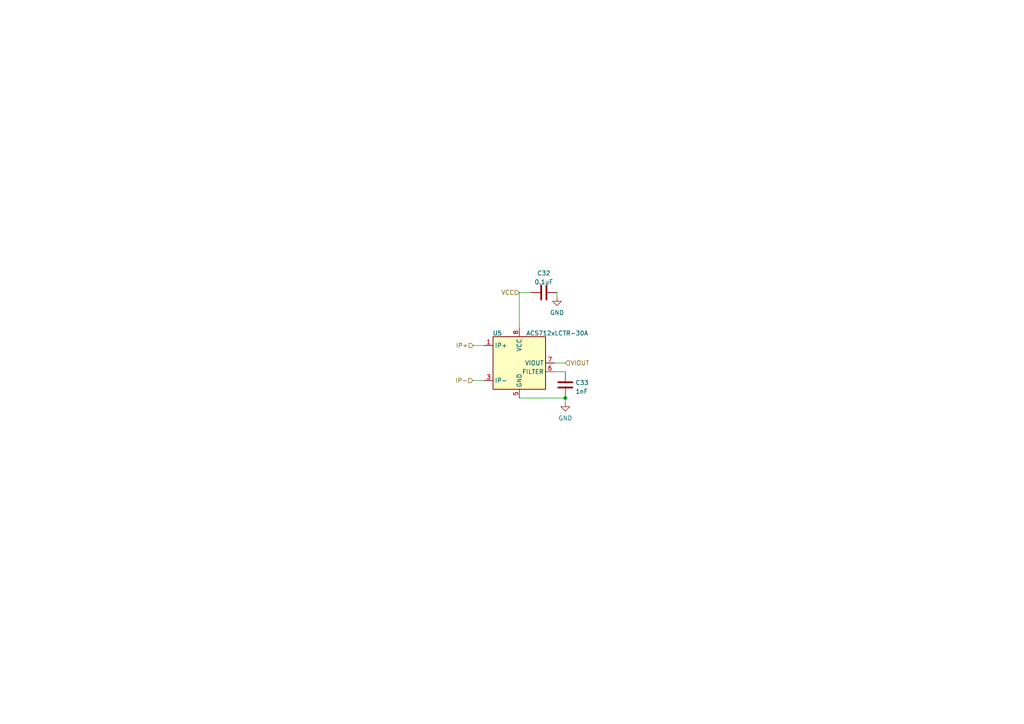
<source format=kicad_sch>
(kicad_sch (version 20230409) (generator eeschema)
  (paper "A4")
  (lib_symbols
    (symbol "Device:C" (pin_numbers hide) (pin_names (offset 0.254))
      (property "Reference" "C" (at 0.635 2.54 0))
      (property "Value" "C" (at 0.635 -2.54 0))
      (symbol "C_0_1"
        (polyline (pts (xy -2.032 -0.762) (xy 2.032 -0.762)) (stroke (width 0.508)))
        (polyline (pts (xy -2.032 0.762) (xy 2.032 0.762)) (stroke (width 0.508)))
      )
      (symbol "C_1_1"
        (pin passive line (at 0 3.81 270) (length 2.794) (name "~") (number "1"))
        (pin passive line (at 0 -3.81 90) (length 2.794) (name "~") (number "2"))
      )
    )
    (symbol "Sensor_Current:ACS712xLCTR-30A"
      (property "Reference" "U" (at 2.54 11.43 0))
      (property "Value" "ACS712xLCTR-30A" (at 2.54 8.89 0))
      (symbol "ACS712xLCTR-30A_0_1"
        (rectangle (start -7.62 7.62) (end 7.62 -7.62) (stroke (width 0.254)) (fill (type background)))
      )
      (symbol "ACS712xLCTR-30A_1_1"
        (pin passive line (at -10.16 5.08 0) (length 2.54) (name "IP+") (number "1"))
        (pin passive line (at -10.16 5.08 0) (length 2.54) hide (name "IP+") (number "2"))
        (pin passive line (at -10.16 -5.08 0) (length 2.54) (name "IP-") (number "3"))
        (pin passive line (at -10.16 -5.08 0) (length 2.54) hide (name "IP-") (number "4"))
        (pin power_in line (at 0 -10.16 90) (length 2.54) (name "GND") (number "5"))
        (pin passive line (at 10.16 -2.54 180) (length 2.54) (name "FILTER") (number "6"))
        (pin output line (at 10.16 0 180) (length 2.54) (name "VIOUT") (number "7"))
        (pin power_in line (at 0 10.16 270) (length 2.54) (name "VCC") (number "8"))
      )
    )
    (symbol "power:GND" (power) (pin_names (offset 0))
      (property "Value" "GND" (at 0 -3.81 0))
      (symbol "GND_0_1"
        (polyline (pts (xy 0 0) (xy 0 -1.27) (xy 1.27 -1.27) (xy 0 -2.54) (xy -1.27 -1.27) (xy 0 -1.27)))
      )
      (symbol "GND_1_1"
        (pin power_in line (at 0 0 270) (length 0) hide (name "GND") (number "1"))
      )
    )
  )
  (junction (at 163.957 115.443))
  (wire (pts (xy 150.622 84.836) (xy 153.924 84.836)))
  (wire (pts (xy 137.287 100.203) (xy 140.462 100.203)))
  (wire (pts (xy 163.957 115.443) (xy 163.957 116.713)))
  (wire (pts (xy 161.544 84.836) (xy 161.544 86.106)))
  (wire (pts (xy 160.782 105.283) (xy 163.957 105.283)))
  (wire (pts (xy 150.622 84.836) (xy 150.622 95.123)))
  (wire (pts (xy 150.622 115.443) (xy 163.957 115.443)))
  (wire (pts (xy 137.16 110.363) (xy 140.462 110.363)))
  (wire (pts (xy 160.782 107.823) (xy 163.957 107.823)))
  (hierarchical_label "IP-" (shape input) (at 137.16 110.363 180))
  (hierarchical_label "VIOUT" (shape input) (at 163.957 105.283 0))
  (hierarchical_label "IP+" (shape input) (at 137.287 100.203 180))
  (hierarchical_label "VCC" (shape input) (at 150.622 84.836 180))
  (symbol (lib_id "Sensor_Current:ACS712xLCTR-30A") (at 150.622 105.283 0) (unit 1)
    (property "Reference" "U5" (at 142.875 96.647 0) (effects (justify left)))
    (property "Value" "ACS712xLCTR-30A" (at 152.5779 96.647 0) (effects (justify left)))
    (property "Footprint" "Package_SO:SOIC-8_3.9x4.9mm_P1.27mm" (effects hide))
    (property "Datasheet" "http://www.allegromicro.com/~/media/Files/Datasheets/ACS712-Datasheet.ashx?la=en" (effects hide))
  )
  (symbol (lib_id "Device:C") (at 157.734 84.836 90) (unit 1)
    (property "Reference" "C32" (at 157.734 79.248 90))
    (property "Value" "0.1uF" (at 157.734 81.788 90))
  )
  (symbol (lib_id "power:GND") (at 161.544 86.106 0) (unit 1)
    (property "Reference" "#PWR026" (effects hide))
    (property "Value" "GND" (at 161.544 90.678 0))
  )
  (symbol (lib_id "Device:C") (at 163.957 111.633 0) (unit 1)
    (property "Reference" "C33" (at 166.878 110.998 0) (effects (justify left)))
    (property "Value" "1nF" (at 166.878 113.538 0) (effects (justify left)))
  )
  (symbol (lib_id "power:GND") (at 163.957 116.713 0) (unit 1)
    (property "Reference" "#PWR027" (effects hide))
    (property "Value" "GND" (at 163.957 121.285 0))
  )
)
</source>
